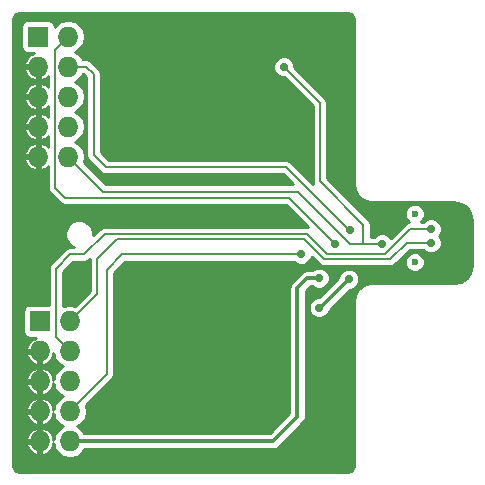
<source format=gbr>
G04 #@! TF.FileFunction,Copper,L2,Bot,Signal*
%FSLAX46Y46*%
G04 Gerber Fmt 4.6, Leading zero omitted, Abs format (unit mm)*
G04 Created by KiCad (PCBNEW 4.0.2+dfsg1-2~bpo8+1-stable) date lun 05 jun 2017 18:32:46 ART*
%MOMM*%
G01*
G04 APERTURE LIST*
%ADD10C,0.100000*%
%ADD11R,1.727200X1.727200*%
%ADD12O,1.727200X1.727200*%
%ADD13C,0.600000*%
%ADD14C,0.711200*%
%ADD15C,0.304800*%
%ADD16C,0.254000*%
%ADD17C,0.152400*%
G04 APERTURE END LIST*
D10*
D11*
X82760000Y-54860000D03*
D12*
X85300000Y-54860000D03*
X82760000Y-57400000D03*
X85300000Y-57400000D03*
X82760000Y-59940000D03*
X85300000Y-59940000D03*
X82760000Y-62480000D03*
X85300000Y-62480000D03*
X82760000Y-65020000D03*
X85300000Y-65020000D03*
D11*
X82600000Y-30760000D03*
D12*
X85140000Y-30760000D03*
X82600000Y-33300000D03*
X85140000Y-33300000D03*
X82600000Y-35840000D03*
X85140000Y-35840000D03*
X82600000Y-38380000D03*
X85140000Y-38380000D03*
X82600000Y-40920000D03*
X85140000Y-40920000D03*
D13*
X114500000Y-45750000D03*
X114500000Y-49850000D03*
D14*
X90800000Y-66000000D03*
X88950000Y-66050000D03*
X108200000Y-38100000D03*
X108200000Y-40300000D03*
X103200000Y-56200000D03*
X102900000Y-59100000D03*
X103300000Y-42900000D03*
X91900002Y-42800000D03*
X88900000Y-42900000D03*
X91900000Y-40699998D03*
X88899996Y-40700000D03*
X112300000Y-46499996D03*
X88900000Y-45499994D03*
X91900000Y-45400008D03*
X85900000Y-51200000D03*
X82600000Y-48500000D03*
X82600000Y-45900000D03*
X97900000Y-56200000D03*
X95900000Y-56200000D03*
X84900000Y-67200000D03*
X82800000Y-67200000D03*
X89900000Y-31700000D03*
X91900000Y-31700000D03*
X91900000Y-53199986D03*
X91900000Y-51200000D03*
X87900000Y-61200000D03*
X88900000Y-38400000D03*
X97500000Y-31700000D03*
X100500000Y-31700000D03*
X104900000Y-49200000D03*
X106400000Y-53700000D03*
X108900000Y-51300000D03*
X103400000Y-33300000D03*
X111700000Y-48299990D03*
X115900000Y-48200000D03*
X115885139Y-47042560D03*
X106400000Y-51200000D03*
X107705134Y-48281346D03*
X109000000Y-47100000D03*
D15*
X88594401Y-66405599D02*
X88950000Y-66050000D01*
X84900000Y-67200000D02*
X87800000Y-67200000D01*
X87800000Y-67200000D02*
X88594401Y-66405599D01*
D16*
X112300000Y-46499996D02*
X112300000Y-45450000D01*
X112300000Y-45450000D02*
X111600000Y-44750000D01*
X111600000Y-44750000D02*
X109400000Y-44750000D01*
X108555599Y-43905599D02*
X108555599Y-40655599D01*
X109400000Y-44750000D02*
X108555599Y-43905599D01*
X108555599Y-40655599D02*
X108200000Y-40300000D01*
D15*
X108200000Y-40300000D02*
X108200000Y-38100000D01*
X97900000Y-56200000D02*
X103200000Y-56200000D01*
X95900000Y-56200000D02*
X97900000Y-56200000D01*
X100500000Y-31700000D02*
X97500000Y-31700000D01*
D17*
X85300000Y-62440000D02*
X88400000Y-59340000D01*
X88400000Y-59340000D02*
X88400000Y-50500000D01*
X88400000Y-50500000D02*
X89700000Y-49200000D01*
X89700000Y-49200000D02*
X104397106Y-49200000D01*
X104397106Y-49200000D02*
X104900000Y-49200000D01*
D15*
X108900000Y-51300000D02*
X106500000Y-53700000D01*
X106500000Y-53700000D02*
X106400000Y-53700000D01*
D17*
X103400000Y-33300000D02*
X106450000Y-36350000D01*
X106450000Y-36350000D02*
X106450000Y-43000000D01*
X106450000Y-43000000D02*
X110150000Y-46700000D01*
X110150000Y-46700000D02*
X110150000Y-48299990D01*
X108999990Y-48299990D02*
X110150000Y-48299990D01*
X110150000Y-48299990D02*
X111197106Y-48299990D01*
X85140000Y-40920000D02*
X88104201Y-43884201D01*
X88104201Y-43884201D02*
X104584201Y-43884201D01*
X104584201Y-43884201D02*
X108999990Y-48299990D01*
X111197106Y-48299990D02*
X111700000Y-48299990D01*
X115900000Y-48200000D02*
X113800000Y-48200000D01*
X113800000Y-48200000D02*
X112400000Y-49600000D01*
X112400000Y-49600000D02*
X106800000Y-49600000D01*
X106800000Y-49600000D02*
X105100000Y-47900000D01*
X105100000Y-47900000D02*
X89300000Y-47900000D01*
X89300000Y-47900000D02*
X87600000Y-49600000D01*
X87600000Y-49600000D02*
X87600000Y-52560000D01*
X87600000Y-52560000D02*
X86163599Y-53996401D01*
X86163599Y-53996401D02*
X85300000Y-54860000D01*
X85300000Y-54820000D02*
X85780000Y-54820000D01*
X115885139Y-47042560D02*
X114107440Y-47042560D01*
X114107440Y-47042560D02*
X111950000Y-49200000D01*
X111950000Y-49200000D02*
X107100000Y-49200000D01*
X107100000Y-49200000D02*
X105350000Y-47450000D01*
X105350000Y-47450000D02*
X88250000Y-47450000D01*
X85300000Y-49200000D02*
X84106199Y-50393801D01*
X84106199Y-50393801D02*
X84106199Y-56166199D01*
X88250000Y-47450000D02*
X86500000Y-49200000D01*
X86500000Y-49200000D02*
X85300000Y-49200000D01*
X84106199Y-56166199D02*
X85300000Y-57360000D01*
D15*
X85300000Y-65020000D02*
X85320000Y-65000000D01*
X105400000Y-51200000D02*
X106400000Y-51200000D01*
X85320000Y-65000000D02*
X102500000Y-65000000D01*
X102500000Y-65000000D02*
X104560401Y-62939599D01*
X104560401Y-62939599D02*
X104560401Y-52039599D01*
X104560401Y-52039599D02*
X105400000Y-51200000D01*
D17*
X85140000Y-30760000D02*
X84047799Y-31852201D01*
X84047799Y-31852201D02*
X84047799Y-43547799D01*
X84047799Y-43547799D02*
X84900000Y-44400000D01*
X84900000Y-44400000D02*
X103823788Y-44400000D01*
X103823788Y-44400000D02*
X106123788Y-46700000D01*
X106123788Y-46700000D02*
X107705134Y-48281346D01*
X85140000Y-33300000D02*
X86700000Y-33300000D01*
X86700000Y-33300000D02*
X87300000Y-33900000D01*
X87300000Y-33900000D02*
X87300000Y-40801318D01*
X108900000Y-47100000D02*
X109000000Y-47100000D01*
X87300000Y-40801318D02*
X88315799Y-41817117D01*
X88315799Y-41817117D02*
X103617117Y-41817117D01*
X103617117Y-41817117D02*
X108900000Y-47100000D01*
D16*
G36*
X109055051Y-28825671D02*
X109186499Y-28913501D01*
X109274329Y-29044949D01*
X109316600Y-29257458D01*
X109316600Y-43200000D01*
X109327810Y-43256356D01*
X109327810Y-43313815D01*
X109403930Y-43696498D01*
X109491040Y-43906802D01*
X109707813Y-44231226D01*
X109868774Y-44392187D01*
X110193197Y-44608959D01*
X110403502Y-44696070D01*
X110786185Y-44772190D01*
X110843644Y-44772190D01*
X110900000Y-44783400D01*
X117845664Y-44783400D01*
X118440230Y-44901667D01*
X118896101Y-45206269D01*
X119200703Y-45662140D01*
X119316600Y-46244790D01*
X119316600Y-50142541D01*
X119198208Y-50737735D01*
X118893606Y-51193606D01*
X118437735Y-51498208D01*
X117842540Y-51616600D01*
X111000000Y-51616600D01*
X110982868Y-51620008D01*
X110929063Y-51617324D01*
X110858006Y-51627810D01*
X110786185Y-51627810D01*
X110403502Y-51703930D01*
X110193197Y-51791041D01*
X109868774Y-52007813D01*
X109707813Y-52168774D01*
X109491040Y-52493198D01*
X109421531Y-52661009D01*
X109403930Y-52703502D01*
X109327810Y-53086185D01*
X109327810Y-53143644D01*
X109316600Y-53200000D01*
X109316600Y-67142542D01*
X109274329Y-67355051D01*
X109186499Y-67486499D01*
X109055051Y-67574329D01*
X108842542Y-67616600D01*
X80957458Y-67616600D01*
X80744949Y-67574329D01*
X80613501Y-67486499D01*
X80525671Y-67355051D01*
X80483400Y-67142542D01*
X80483400Y-65331128D01*
X81607456Y-65331128D01*
X81725019Y-65614978D01*
X82031490Y-65965758D01*
X82448870Y-66172555D01*
X82633000Y-66124487D01*
X82633000Y-65147000D01*
X81656031Y-65147000D01*
X81607456Y-65331128D01*
X80483400Y-65331128D01*
X80483400Y-64708872D01*
X81607456Y-64708872D01*
X81656031Y-64893000D01*
X82633000Y-64893000D01*
X82633000Y-63915513D01*
X82448870Y-63867445D01*
X82031490Y-64074242D01*
X81725019Y-64425022D01*
X81607456Y-64708872D01*
X80483400Y-64708872D01*
X80483400Y-62791128D01*
X81607456Y-62791128D01*
X81725019Y-63074978D01*
X82031490Y-63425758D01*
X82448870Y-63632555D01*
X82633000Y-63584487D01*
X82633000Y-62607000D01*
X81656031Y-62607000D01*
X81607456Y-62791128D01*
X80483400Y-62791128D01*
X80483400Y-62168872D01*
X81607456Y-62168872D01*
X81656031Y-62353000D01*
X82633000Y-62353000D01*
X82633000Y-61375513D01*
X82448870Y-61327445D01*
X82031490Y-61534242D01*
X81725019Y-61885022D01*
X81607456Y-62168872D01*
X80483400Y-62168872D01*
X80483400Y-60251128D01*
X81607456Y-60251128D01*
X81725019Y-60534978D01*
X82031490Y-60885758D01*
X82448870Y-61092555D01*
X82633000Y-61044487D01*
X82633000Y-60067000D01*
X81656031Y-60067000D01*
X81607456Y-60251128D01*
X80483400Y-60251128D01*
X80483400Y-59628872D01*
X81607456Y-59628872D01*
X81656031Y-59813000D01*
X82633000Y-59813000D01*
X82633000Y-58835513D01*
X82448870Y-58787445D01*
X82031490Y-58994242D01*
X81725019Y-59345022D01*
X81607456Y-59628872D01*
X80483400Y-59628872D01*
X80483400Y-57711128D01*
X81607456Y-57711128D01*
X81725019Y-57994978D01*
X82031490Y-58345758D01*
X82448870Y-58552555D01*
X82633000Y-58504487D01*
X82633000Y-57527000D01*
X81656031Y-57527000D01*
X81607456Y-57711128D01*
X80483400Y-57711128D01*
X80483400Y-41231128D01*
X81447456Y-41231128D01*
X81565019Y-41514978D01*
X81871490Y-41865758D01*
X82288870Y-42072555D01*
X82473000Y-42024487D01*
X82473000Y-41047000D01*
X81496031Y-41047000D01*
X81447456Y-41231128D01*
X80483400Y-41231128D01*
X80483400Y-40608872D01*
X81447456Y-40608872D01*
X81496031Y-40793000D01*
X82473000Y-40793000D01*
X82473000Y-39815513D01*
X82288870Y-39767445D01*
X81871490Y-39974242D01*
X81565019Y-40325022D01*
X81447456Y-40608872D01*
X80483400Y-40608872D01*
X80483400Y-38691128D01*
X81447456Y-38691128D01*
X81565019Y-38974978D01*
X81871490Y-39325758D01*
X82288870Y-39532555D01*
X82473000Y-39484487D01*
X82473000Y-38507000D01*
X81496031Y-38507000D01*
X81447456Y-38691128D01*
X80483400Y-38691128D01*
X80483400Y-38068872D01*
X81447456Y-38068872D01*
X81496031Y-38253000D01*
X82473000Y-38253000D01*
X82473000Y-37275513D01*
X82288870Y-37227445D01*
X81871490Y-37434242D01*
X81565019Y-37785022D01*
X81447456Y-38068872D01*
X80483400Y-38068872D01*
X80483400Y-36151128D01*
X81447456Y-36151128D01*
X81565019Y-36434978D01*
X81871490Y-36785758D01*
X82288870Y-36992555D01*
X82473000Y-36944487D01*
X82473000Y-35967000D01*
X81496031Y-35967000D01*
X81447456Y-36151128D01*
X80483400Y-36151128D01*
X80483400Y-35528872D01*
X81447456Y-35528872D01*
X81496031Y-35713000D01*
X82473000Y-35713000D01*
X82473000Y-34735513D01*
X82288870Y-34687445D01*
X81871490Y-34894242D01*
X81565019Y-35245022D01*
X81447456Y-35528872D01*
X80483400Y-35528872D01*
X80483400Y-33611128D01*
X81447456Y-33611128D01*
X81565019Y-33894978D01*
X81871490Y-34245758D01*
X82288870Y-34452555D01*
X82473000Y-34404487D01*
X82473000Y-33427000D01*
X81496031Y-33427000D01*
X81447456Y-33611128D01*
X80483400Y-33611128D01*
X80483400Y-29896400D01*
X81192551Y-29896400D01*
X81192551Y-31623600D01*
X81229744Y-31821266D01*
X81346565Y-32002810D01*
X81524812Y-32124601D01*
X81736400Y-32167449D01*
X82248496Y-32167449D01*
X81871490Y-32354242D01*
X81565019Y-32705022D01*
X81447456Y-32988872D01*
X81496031Y-33173000D01*
X82473000Y-33173000D01*
X82473000Y-33153000D01*
X82727000Y-33153000D01*
X82727000Y-33173000D01*
X82747000Y-33173000D01*
X82747000Y-33427000D01*
X82727000Y-33427000D01*
X82727000Y-34404487D01*
X82911130Y-34452555D01*
X83328510Y-34245758D01*
X83438199Y-34120210D01*
X83438199Y-35019790D01*
X83328510Y-34894242D01*
X82911130Y-34687445D01*
X82727000Y-34735513D01*
X82727000Y-35713000D01*
X82747000Y-35713000D01*
X82747000Y-35967000D01*
X82727000Y-35967000D01*
X82727000Y-36944487D01*
X82911130Y-36992555D01*
X83328510Y-36785758D01*
X83438199Y-36660210D01*
X83438199Y-37559790D01*
X83328510Y-37434242D01*
X82911130Y-37227445D01*
X82727000Y-37275513D01*
X82727000Y-38253000D01*
X82747000Y-38253000D01*
X82747000Y-38507000D01*
X82727000Y-38507000D01*
X82727000Y-39484487D01*
X82911130Y-39532555D01*
X83328510Y-39325758D01*
X83438199Y-39200210D01*
X83438199Y-40099790D01*
X83328510Y-39974242D01*
X82911130Y-39767445D01*
X82727000Y-39815513D01*
X82727000Y-40793000D01*
X82747000Y-40793000D01*
X82747000Y-41047000D01*
X82727000Y-41047000D01*
X82727000Y-42024487D01*
X82911130Y-42072555D01*
X83328510Y-41865758D01*
X83438199Y-41740210D01*
X83438199Y-43547799D01*
X83484602Y-43781083D01*
X83616747Y-43978851D01*
X84468948Y-44831052D01*
X84666716Y-44963197D01*
X84900000Y-45009600D01*
X103571284Y-45009600D01*
X105415017Y-46853333D01*
X105350000Y-46840400D01*
X88250000Y-46840400D01*
X88016716Y-46886803D01*
X87818948Y-47018948D01*
X87283353Y-47554543D01*
X87283605Y-47265640D01*
X87103823Y-46830534D01*
X86771217Y-46497347D01*
X86336425Y-46316806D01*
X85865640Y-46316395D01*
X85430534Y-46496177D01*
X85097347Y-46828783D01*
X84916806Y-47263575D01*
X84916395Y-47734360D01*
X85096177Y-48169466D01*
X85428783Y-48502653D01*
X85640102Y-48590400D01*
X85300000Y-48590400D01*
X85066716Y-48636803D01*
X84997287Y-48683194D01*
X84868948Y-48768947D01*
X83675147Y-49962749D01*
X83543002Y-50160517D01*
X83496599Y-50393801D01*
X83496599Y-53452551D01*
X81896400Y-53452551D01*
X81698734Y-53489744D01*
X81517190Y-53606565D01*
X81395399Y-53784812D01*
X81352551Y-53996400D01*
X81352551Y-55723600D01*
X81389744Y-55921266D01*
X81506565Y-56102810D01*
X81684812Y-56224601D01*
X81896400Y-56267449D01*
X82408496Y-56267449D01*
X82031490Y-56454242D01*
X81725019Y-56805022D01*
X81607456Y-57088872D01*
X81656031Y-57273000D01*
X82633000Y-57273000D01*
X82633000Y-57253000D01*
X82887000Y-57253000D01*
X82887000Y-57273000D01*
X82907000Y-57273000D01*
X82907000Y-57527000D01*
X82887000Y-57527000D01*
X82887000Y-58504487D01*
X83071130Y-58552555D01*
X83488510Y-58345758D01*
X83794981Y-57994978D01*
X83912544Y-57711128D01*
X83863970Y-57527002D01*
X83900893Y-57527002D01*
X83981971Y-57934609D01*
X84284803Y-58387828D01*
X84707102Y-58670000D01*
X84284803Y-58952172D01*
X83981971Y-59405391D01*
X83900893Y-59812998D01*
X83863970Y-59812998D01*
X83912544Y-59628872D01*
X83794981Y-59345022D01*
X83488510Y-58994242D01*
X83071130Y-58787445D01*
X82887000Y-58835513D01*
X82887000Y-59813000D01*
X82907000Y-59813000D01*
X82907000Y-60067000D01*
X82887000Y-60067000D01*
X82887000Y-61044487D01*
X83071130Y-61092555D01*
X83488510Y-60885758D01*
X83794981Y-60534978D01*
X83912544Y-60251128D01*
X83863970Y-60067002D01*
X83900893Y-60067002D01*
X83981971Y-60474609D01*
X84284803Y-60927828D01*
X84707102Y-61210000D01*
X84284803Y-61492172D01*
X83981971Y-61945391D01*
X83900893Y-62352998D01*
X83863970Y-62352998D01*
X83912544Y-62168872D01*
X83794981Y-61885022D01*
X83488510Y-61534242D01*
X83071130Y-61327445D01*
X82887000Y-61375513D01*
X82887000Y-62353000D01*
X82907000Y-62353000D01*
X82907000Y-62607000D01*
X82887000Y-62607000D01*
X82887000Y-63584487D01*
X83071130Y-63632555D01*
X83488510Y-63425758D01*
X83794981Y-63074978D01*
X83912544Y-62791128D01*
X83863970Y-62607002D01*
X83900893Y-62607002D01*
X83981971Y-63014609D01*
X84284803Y-63467828D01*
X84707102Y-63750000D01*
X84284803Y-64032172D01*
X83981971Y-64485391D01*
X83900893Y-64892998D01*
X83863970Y-64892998D01*
X83912544Y-64708872D01*
X83794981Y-64425022D01*
X83488510Y-64074242D01*
X83071130Y-63867445D01*
X82887000Y-63915513D01*
X82887000Y-64893000D01*
X82907000Y-64893000D01*
X82907000Y-65147000D01*
X82887000Y-65147000D01*
X82887000Y-66124487D01*
X83071130Y-66172555D01*
X83488510Y-65965758D01*
X83794981Y-65614978D01*
X83912544Y-65331128D01*
X83863970Y-65147002D01*
X83900893Y-65147002D01*
X83981971Y-65554609D01*
X84284803Y-66007828D01*
X84738022Y-66310660D01*
X85272631Y-66417000D01*
X85327369Y-66417000D01*
X85861978Y-66310660D01*
X86315197Y-66007828D01*
X86530370Y-65685800D01*
X102500000Y-65685800D01*
X102762445Y-65633597D01*
X102984934Y-65484934D01*
X105045335Y-63424533D01*
X105193998Y-63202044D01*
X105246201Y-62939599D01*
X105246201Y-53876057D01*
X105510846Y-53876057D01*
X105645903Y-54202920D01*
X105895764Y-54453218D01*
X106222391Y-54588846D01*
X106576057Y-54589154D01*
X106902920Y-54454097D01*
X107153218Y-54204236D01*
X107286422Y-53883446D01*
X108980797Y-52189071D01*
X109076057Y-52189154D01*
X109402920Y-52054097D01*
X109653218Y-51804236D01*
X109788846Y-51477609D01*
X109789154Y-51123943D01*
X109654097Y-50797080D01*
X109404236Y-50546782D01*
X109077609Y-50411154D01*
X108723943Y-50410846D01*
X108397080Y-50545903D01*
X108146782Y-50795764D01*
X108011154Y-51122391D01*
X108011070Y-51219062D01*
X106419116Y-52811016D01*
X106223943Y-52810846D01*
X105897080Y-52945903D01*
X105646782Y-53195764D01*
X105511154Y-53522391D01*
X105510846Y-53876057D01*
X105246201Y-53876057D01*
X105246201Y-52323667D01*
X105684068Y-51885800D01*
X105828464Y-51885800D01*
X105895764Y-51953218D01*
X106222391Y-52088846D01*
X106576057Y-52089154D01*
X106902920Y-51954097D01*
X107153218Y-51704236D01*
X107288846Y-51377609D01*
X107289154Y-51023943D01*
X107154097Y-50697080D01*
X106904236Y-50446782D01*
X106577609Y-50311154D01*
X106223943Y-50310846D01*
X105897080Y-50445903D01*
X105828664Y-50514200D01*
X105400000Y-50514200D01*
X105137556Y-50566403D01*
X104941984Y-50697080D01*
X104915066Y-50715066D01*
X104075467Y-51554665D01*
X103926804Y-51777154D01*
X103905193Y-51885800D01*
X103874601Y-52039599D01*
X103874601Y-62655531D01*
X102215932Y-64314200D01*
X86503643Y-64314200D01*
X86315197Y-64032172D01*
X85892898Y-63750000D01*
X86315197Y-63467828D01*
X86618029Y-63014609D01*
X86724369Y-62480000D01*
X86624447Y-61977657D01*
X88831052Y-59771052D01*
X88963197Y-59573284D01*
X89009600Y-59340000D01*
X89009600Y-50752504D01*
X89952505Y-49809600D01*
X104252397Y-49809600D01*
X104395764Y-49953218D01*
X104722391Y-50088846D01*
X105076057Y-50089154D01*
X105402920Y-49954097D01*
X105653218Y-49704236D01*
X105767327Y-49429431D01*
X106368948Y-50031052D01*
X106566716Y-50163197D01*
X106800000Y-50209600D01*
X112400000Y-50209600D01*
X112633284Y-50163197D01*
X112831052Y-50031052D01*
X112847058Y-50015046D01*
X113666456Y-50015046D01*
X113793066Y-50321466D01*
X114027301Y-50556110D01*
X114333499Y-50683255D01*
X114665046Y-50683544D01*
X114971466Y-50556934D01*
X115206110Y-50322699D01*
X115333255Y-50016501D01*
X115333544Y-49684954D01*
X115206934Y-49378534D01*
X114972699Y-49143890D01*
X114666501Y-49016745D01*
X114334954Y-49016456D01*
X114028534Y-49143066D01*
X113793890Y-49377301D01*
X113666745Y-49683499D01*
X113666456Y-50015046D01*
X112847058Y-50015046D01*
X114052504Y-48809600D01*
X115252397Y-48809600D01*
X115395764Y-48953218D01*
X115722391Y-49088846D01*
X116076057Y-49089154D01*
X116402920Y-48954097D01*
X116653218Y-48704236D01*
X116788846Y-48377609D01*
X116789154Y-48023943D01*
X116654097Y-47697080D01*
X116571099Y-47613937D01*
X116638357Y-47546796D01*
X116773985Y-47220169D01*
X116774293Y-46866503D01*
X116639236Y-46539640D01*
X116389375Y-46289342D01*
X116062748Y-46153714D01*
X115709082Y-46153406D01*
X115382219Y-46288463D01*
X115237469Y-46432960D01*
X114995482Y-46432960D01*
X115206110Y-46222699D01*
X115333255Y-45916501D01*
X115333544Y-45584954D01*
X115206934Y-45278534D01*
X114972699Y-45043890D01*
X114666501Y-44916745D01*
X114334954Y-44916456D01*
X114028534Y-45043066D01*
X113793890Y-45277301D01*
X113666745Y-45583499D01*
X113666456Y-45915046D01*
X113793066Y-46221466D01*
X114021296Y-46450095D01*
X113874156Y-46479363D01*
X113676388Y-46611508D01*
X112464836Y-47823060D01*
X112454097Y-47797070D01*
X112204236Y-47546772D01*
X111877609Y-47411144D01*
X111523943Y-47410836D01*
X111197080Y-47545893D01*
X111052330Y-47690390D01*
X110759600Y-47690390D01*
X110759600Y-46700000D01*
X110713197Y-46466716D01*
X110581052Y-46268948D01*
X107059600Y-42747496D01*
X107059600Y-36350000D01*
X107013197Y-36116716D01*
X106881052Y-35918947D01*
X104288977Y-33326873D01*
X104289154Y-33123943D01*
X104154097Y-32797080D01*
X103904236Y-32546782D01*
X103577609Y-32411154D01*
X103223943Y-32410846D01*
X102897080Y-32545903D01*
X102646782Y-32795764D01*
X102511154Y-33122391D01*
X102510846Y-33476057D01*
X102645903Y-33802920D01*
X102895764Y-34053218D01*
X103222391Y-34188846D01*
X103426920Y-34189024D01*
X105840400Y-36602505D01*
X105840400Y-43000000D01*
X105884671Y-43222567D01*
X104048169Y-41386065D01*
X103850401Y-41253920D01*
X103617117Y-41207517D01*
X88568303Y-41207517D01*
X87909600Y-40548814D01*
X87909600Y-33900000D01*
X87863197Y-33666716D01*
X87731052Y-33468948D01*
X87131052Y-32868948D01*
X86933284Y-32736803D01*
X86700000Y-32690400D01*
X86407921Y-32690400D01*
X86155197Y-32312172D01*
X85732898Y-32030000D01*
X86155197Y-31747828D01*
X86458029Y-31294609D01*
X86564369Y-30760000D01*
X86458029Y-30225391D01*
X86155197Y-29772172D01*
X85701978Y-29469340D01*
X85167369Y-29363000D01*
X85112631Y-29363000D01*
X84578022Y-29469340D01*
X84124803Y-29772172D01*
X84007449Y-29947804D01*
X84007449Y-29896400D01*
X83970256Y-29698734D01*
X83853435Y-29517190D01*
X83675188Y-29395399D01*
X83463600Y-29352551D01*
X81736400Y-29352551D01*
X81538734Y-29389744D01*
X81357190Y-29506565D01*
X81235399Y-29684812D01*
X81192551Y-29896400D01*
X80483400Y-29896400D01*
X80483400Y-29257458D01*
X80525671Y-29044949D01*
X80613501Y-28913501D01*
X80744949Y-28825671D01*
X80957458Y-28783400D01*
X108842542Y-28783400D01*
X109055051Y-28825671D01*
X109055051Y-28825671D01*
G37*
X109055051Y-28825671D02*
X109186499Y-28913501D01*
X109274329Y-29044949D01*
X109316600Y-29257458D01*
X109316600Y-43200000D01*
X109327810Y-43256356D01*
X109327810Y-43313815D01*
X109403930Y-43696498D01*
X109491040Y-43906802D01*
X109707813Y-44231226D01*
X109868774Y-44392187D01*
X110193197Y-44608959D01*
X110403502Y-44696070D01*
X110786185Y-44772190D01*
X110843644Y-44772190D01*
X110900000Y-44783400D01*
X117845664Y-44783400D01*
X118440230Y-44901667D01*
X118896101Y-45206269D01*
X119200703Y-45662140D01*
X119316600Y-46244790D01*
X119316600Y-50142541D01*
X119198208Y-50737735D01*
X118893606Y-51193606D01*
X118437735Y-51498208D01*
X117842540Y-51616600D01*
X111000000Y-51616600D01*
X110982868Y-51620008D01*
X110929063Y-51617324D01*
X110858006Y-51627810D01*
X110786185Y-51627810D01*
X110403502Y-51703930D01*
X110193197Y-51791041D01*
X109868774Y-52007813D01*
X109707813Y-52168774D01*
X109491040Y-52493198D01*
X109421531Y-52661009D01*
X109403930Y-52703502D01*
X109327810Y-53086185D01*
X109327810Y-53143644D01*
X109316600Y-53200000D01*
X109316600Y-67142542D01*
X109274329Y-67355051D01*
X109186499Y-67486499D01*
X109055051Y-67574329D01*
X108842542Y-67616600D01*
X80957458Y-67616600D01*
X80744949Y-67574329D01*
X80613501Y-67486499D01*
X80525671Y-67355051D01*
X80483400Y-67142542D01*
X80483400Y-65331128D01*
X81607456Y-65331128D01*
X81725019Y-65614978D01*
X82031490Y-65965758D01*
X82448870Y-66172555D01*
X82633000Y-66124487D01*
X82633000Y-65147000D01*
X81656031Y-65147000D01*
X81607456Y-65331128D01*
X80483400Y-65331128D01*
X80483400Y-64708872D01*
X81607456Y-64708872D01*
X81656031Y-64893000D01*
X82633000Y-64893000D01*
X82633000Y-63915513D01*
X82448870Y-63867445D01*
X82031490Y-64074242D01*
X81725019Y-64425022D01*
X81607456Y-64708872D01*
X80483400Y-64708872D01*
X80483400Y-62791128D01*
X81607456Y-62791128D01*
X81725019Y-63074978D01*
X82031490Y-63425758D01*
X82448870Y-63632555D01*
X82633000Y-63584487D01*
X82633000Y-62607000D01*
X81656031Y-62607000D01*
X81607456Y-62791128D01*
X80483400Y-62791128D01*
X80483400Y-62168872D01*
X81607456Y-62168872D01*
X81656031Y-62353000D01*
X82633000Y-62353000D01*
X82633000Y-61375513D01*
X82448870Y-61327445D01*
X82031490Y-61534242D01*
X81725019Y-61885022D01*
X81607456Y-62168872D01*
X80483400Y-62168872D01*
X80483400Y-60251128D01*
X81607456Y-60251128D01*
X81725019Y-60534978D01*
X82031490Y-60885758D01*
X82448870Y-61092555D01*
X82633000Y-61044487D01*
X82633000Y-60067000D01*
X81656031Y-60067000D01*
X81607456Y-60251128D01*
X80483400Y-60251128D01*
X80483400Y-59628872D01*
X81607456Y-59628872D01*
X81656031Y-59813000D01*
X82633000Y-59813000D01*
X82633000Y-58835513D01*
X82448870Y-58787445D01*
X82031490Y-58994242D01*
X81725019Y-59345022D01*
X81607456Y-59628872D01*
X80483400Y-59628872D01*
X80483400Y-57711128D01*
X81607456Y-57711128D01*
X81725019Y-57994978D01*
X82031490Y-58345758D01*
X82448870Y-58552555D01*
X82633000Y-58504487D01*
X82633000Y-57527000D01*
X81656031Y-57527000D01*
X81607456Y-57711128D01*
X80483400Y-57711128D01*
X80483400Y-41231128D01*
X81447456Y-41231128D01*
X81565019Y-41514978D01*
X81871490Y-41865758D01*
X82288870Y-42072555D01*
X82473000Y-42024487D01*
X82473000Y-41047000D01*
X81496031Y-41047000D01*
X81447456Y-41231128D01*
X80483400Y-41231128D01*
X80483400Y-40608872D01*
X81447456Y-40608872D01*
X81496031Y-40793000D01*
X82473000Y-40793000D01*
X82473000Y-39815513D01*
X82288870Y-39767445D01*
X81871490Y-39974242D01*
X81565019Y-40325022D01*
X81447456Y-40608872D01*
X80483400Y-40608872D01*
X80483400Y-38691128D01*
X81447456Y-38691128D01*
X81565019Y-38974978D01*
X81871490Y-39325758D01*
X82288870Y-39532555D01*
X82473000Y-39484487D01*
X82473000Y-38507000D01*
X81496031Y-38507000D01*
X81447456Y-38691128D01*
X80483400Y-38691128D01*
X80483400Y-38068872D01*
X81447456Y-38068872D01*
X81496031Y-38253000D01*
X82473000Y-38253000D01*
X82473000Y-37275513D01*
X82288870Y-37227445D01*
X81871490Y-37434242D01*
X81565019Y-37785022D01*
X81447456Y-38068872D01*
X80483400Y-38068872D01*
X80483400Y-36151128D01*
X81447456Y-36151128D01*
X81565019Y-36434978D01*
X81871490Y-36785758D01*
X82288870Y-36992555D01*
X82473000Y-36944487D01*
X82473000Y-35967000D01*
X81496031Y-35967000D01*
X81447456Y-36151128D01*
X80483400Y-36151128D01*
X80483400Y-35528872D01*
X81447456Y-35528872D01*
X81496031Y-35713000D01*
X82473000Y-35713000D01*
X82473000Y-34735513D01*
X82288870Y-34687445D01*
X81871490Y-34894242D01*
X81565019Y-35245022D01*
X81447456Y-35528872D01*
X80483400Y-35528872D01*
X80483400Y-33611128D01*
X81447456Y-33611128D01*
X81565019Y-33894978D01*
X81871490Y-34245758D01*
X82288870Y-34452555D01*
X82473000Y-34404487D01*
X82473000Y-33427000D01*
X81496031Y-33427000D01*
X81447456Y-33611128D01*
X80483400Y-33611128D01*
X80483400Y-29896400D01*
X81192551Y-29896400D01*
X81192551Y-31623600D01*
X81229744Y-31821266D01*
X81346565Y-32002810D01*
X81524812Y-32124601D01*
X81736400Y-32167449D01*
X82248496Y-32167449D01*
X81871490Y-32354242D01*
X81565019Y-32705022D01*
X81447456Y-32988872D01*
X81496031Y-33173000D01*
X82473000Y-33173000D01*
X82473000Y-33153000D01*
X82727000Y-33153000D01*
X82727000Y-33173000D01*
X82747000Y-33173000D01*
X82747000Y-33427000D01*
X82727000Y-33427000D01*
X82727000Y-34404487D01*
X82911130Y-34452555D01*
X83328510Y-34245758D01*
X83438199Y-34120210D01*
X83438199Y-35019790D01*
X83328510Y-34894242D01*
X82911130Y-34687445D01*
X82727000Y-34735513D01*
X82727000Y-35713000D01*
X82747000Y-35713000D01*
X82747000Y-35967000D01*
X82727000Y-35967000D01*
X82727000Y-36944487D01*
X82911130Y-36992555D01*
X83328510Y-36785758D01*
X83438199Y-36660210D01*
X83438199Y-37559790D01*
X83328510Y-37434242D01*
X82911130Y-37227445D01*
X82727000Y-37275513D01*
X82727000Y-38253000D01*
X82747000Y-38253000D01*
X82747000Y-38507000D01*
X82727000Y-38507000D01*
X82727000Y-39484487D01*
X82911130Y-39532555D01*
X83328510Y-39325758D01*
X83438199Y-39200210D01*
X83438199Y-40099790D01*
X83328510Y-39974242D01*
X82911130Y-39767445D01*
X82727000Y-39815513D01*
X82727000Y-40793000D01*
X82747000Y-40793000D01*
X82747000Y-41047000D01*
X82727000Y-41047000D01*
X82727000Y-42024487D01*
X82911130Y-42072555D01*
X83328510Y-41865758D01*
X83438199Y-41740210D01*
X83438199Y-43547799D01*
X83484602Y-43781083D01*
X83616747Y-43978851D01*
X84468948Y-44831052D01*
X84666716Y-44963197D01*
X84900000Y-45009600D01*
X103571284Y-45009600D01*
X105415017Y-46853333D01*
X105350000Y-46840400D01*
X88250000Y-46840400D01*
X88016716Y-46886803D01*
X87818948Y-47018948D01*
X87283353Y-47554543D01*
X87283605Y-47265640D01*
X87103823Y-46830534D01*
X86771217Y-46497347D01*
X86336425Y-46316806D01*
X85865640Y-46316395D01*
X85430534Y-46496177D01*
X85097347Y-46828783D01*
X84916806Y-47263575D01*
X84916395Y-47734360D01*
X85096177Y-48169466D01*
X85428783Y-48502653D01*
X85640102Y-48590400D01*
X85300000Y-48590400D01*
X85066716Y-48636803D01*
X84997287Y-48683194D01*
X84868948Y-48768947D01*
X83675147Y-49962749D01*
X83543002Y-50160517D01*
X83496599Y-50393801D01*
X83496599Y-53452551D01*
X81896400Y-53452551D01*
X81698734Y-53489744D01*
X81517190Y-53606565D01*
X81395399Y-53784812D01*
X81352551Y-53996400D01*
X81352551Y-55723600D01*
X81389744Y-55921266D01*
X81506565Y-56102810D01*
X81684812Y-56224601D01*
X81896400Y-56267449D01*
X82408496Y-56267449D01*
X82031490Y-56454242D01*
X81725019Y-56805022D01*
X81607456Y-57088872D01*
X81656031Y-57273000D01*
X82633000Y-57273000D01*
X82633000Y-57253000D01*
X82887000Y-57253000D01*
X82887000Y-57273000D01*
X82907000Y-57273000D01*
X82907000Y-57527000D01*
X82887000Y-57527000D01*
X82887000Y-58504487D01*
X83071130Y-58552555D01*
X83488510Y-58345758D01*
X83794981Y-57994978D01*
X83912544Y-57711128D01*
X83863970Y-57527002D01*
X83900893Y-57527002D01*
X83981971Y-57934609D01*
X84284803Y-58387828D01*
X84707102Y-58670000D01*
X84284803Y-58952172D01*
X83981971Y-59405391D01*
X83900893Y-59812998D01*
X83863970Y-59812998D01*
X83912544Y-59628872D01*
X83794981Y-59345022D01*
X83488510Y-58994242D01*
X83071130Y-58787445D01*
X82887000Y-58835513D01*
X82887000Y-59813000D01*
X82907000Y-59813000D01*
X82907000Y-60067000D01*
X82887000Y-60067000D01*
X82887000Y-61044487D01*
X83071130Y-61092555D01*
X83488510Y-60885758D01*
X83794981Y-60534978D01*
X83912544Y-60251128D01*
X83863970Y-60067002D01*
X83900893Y-60067002D01*
X83981971Y-60474609D01*
X84284803Y-60927828D01*
X84707102Y-61210000D01*
X84284803Y-61492172D01*
X83981971Y-61945391D01*
X83900893Y-62352998D01*
X83863970Y-62352998D01*
X83912544Y-62168872D01*
X83794981Y-61885022D01*
X83488510Y-61534242D01*
X83071130Y-61327445D01*
X82887000Y-61375513D01*
X82887000Y-62353000D01*
X82907000Y-62353000D01*
X82907000Y-62607000D01*
X82887000Y-62607000D01*
X82887000Y-63584487D01*
X83071130Y-63632555D01*
X83488510Y-63425758D01*
X83794981Y-63074978D01*
X83912544Y-62791128D01*
X83863970Y-62607002D01*
X83900893Y-62607002D01*
X83981971Y-63014609D01*
X84284803Y-63467828D01*
X84707102Y-63750000D01*
X84284803Y-64032172D01*
X83981971Y-64485391D01*
X83900893Y-64892998D01*
X83863970Y-64892998D01*
X83912544Y-64708872D01*
X83794981Y-64425022D01*
X83488510Y-64074242D01*
X83071130Y-63867445D01*
X82887000Y-63915513D01*
X82887000Y-64893000D01*
X82907000Y-64893000D01*
X82907000Y-65147000D01*
X82887000Y-65147000D01*
X82887000Y-66124487D01*
X83071130Y-66172555D01*
X83488510Y-65965758D01*
X83794981Y-65614978D01*
X83912544Y-65331128D01*
X83863970Y-65147002D01*
X83900893Y-65147002D01*
X83981971Y-65554609D01*
X84284803Y-66007828D01*
X84738022Y-66310660D01*
X85272631Y-66417000D01*
X85327369Y-66417000D01*
X85861978Y-66310660D01*
X86315197Y-66007828D01*
X86530370Y-65685800D01*
X102500000Y-65685800D01*
X102762445Y-65633597D01*
X102984934Y-65484934D01*
X105045335Y-63424533D01*
X105193998Y-63202044D01*
X105246201Y-62939599D01*
X105246201Y-53876057D01*
X105510846Y-53876057D01*
X105645903Y-54202920D01*
X105895764Y-54453218D01*
X106222391Y-54588846D01*
X106576057Y-54589154D01*
X106902920Y-54454097D01*
X107153218Y-54204236D01*
X107286422Y-53883446D01*
X108980797Y-52189071D01*
X109076057Y-52189154D01*
X109402920Y-52054097D01*
X109653218Y-51804236D01*
X109788846Y-51477609D01*
X109789154Y-51123943D01*
X109654097Y-50797080D01*
X109404236Y-50546782D01*
X109077609Y-50411154D01*
X108723943Y-50410846D01*
X108397080Y-50545903D01*
X108146782Y-50795764D01*
X108011154Y-51122391D01*
X108011070Y-51219062D01*
X106419116Y-52811016D01*
X106223943Y-52810846D01*
X105897080Y-52945903D01*
X105646782Y-53195764D01*
X105511154Y-53522391D01*
X105510846Y-53876057D01*
X105246201Y-53876057D01*
X105246201Y-52323667D01*
X105684068Y-51885800D01*
X105828464Y-51885800D01*
X105895764Y-51953218D01*
X106222391Y-52088846D01*
X106576057Y-52089154D01*
X106902920Y-51954097D01*
X107153218Y-51704236D01*
X107288846Y-51377609D01*
X107289154Y-51023943D01*
X107154097Y-50697080D01*
X106904236Y-50446782D01*
X106577609Y-50311154D01*
X106223943Y-50310846D01*
X105897080Y-50445903D01*
X105828664Y-50514200D01*
X105400000Y-50514200D01*
X105137556Y-50566403D01*
X104941984Y-50697080D01*
X104915066Y-50715066D01*
X104075467Y-51554665D01*
X103926804Y-51777154D01*
X103905193Y-51885800D01*
X103874601Y-52039599D01*
X103874601Y-62655531D01*
X102215932Y-64314200D01*
X86503643Y-64314200D01*
X86315197Y-64032172D01*
X85892898Y-63750000D01*
X86315197Y-63467828D01*
X86618029Y-63014609D01*
X86724369Y-62480000D01*
X86624447Y-61977657D01*
X88831052Y-59771052D01*
X88963197Y-59573284D01*
X89009600Y-59340000D01*
X89009600Y-50752504D01*
X89952505Y-49809600D01*
X104252397Y-49809600D01*
X104395764Y-49953218D01*
X104722391Y-50088846D01*
X105076057Y-50089154D01*
X105402920Y-49954097D01*
X105653218Y-49704236D01*
X105767327Y-49429431D01*
X106368948Y-50031052D01*
X106566716Y-50163197D01*
X106800000Y-50209600D01*
X112400000Y-50209600D01*
X112633284Y-50163197D01*
X112831052Y-50031052D01*
X112847058Y-50015046D01*
X113666456Y-50015046D01*
X113793066Y-50321466D01*
X114027301Y-50556110D01*
X114333499Y-50683255D01*
X114665046Y-50683544D01*
X114971466Y-50556934D01*
X115206110Y-50322699D01*
X115333255Y-50016501D01*
X115333544Y-49684954D01*
X115206934Y-49378534D01*
X114972699Y-49143890D01*
X114666501Y-49016745D01*
X114334954Y-49016456D01*
X114028534Y-49143066D01*
X113793890Y-49377301D01*
X113666745Y-49683499D01*
X113666456Y-50015046D01*
X112847058Y-50015046D01*
X114052504Y-48809600D01*
X115252397Y-48809600D01*
X115395764Y-48953218D01*
X115722391Y-49088846D01*
X116076057Y-49089154D01*
X116402920Y-48954097D01*
X116653218Y-48704236D01*
X116788846Y-48377609D01*
X116789154Y-48023943D01*
X116654097Y-47697080D01*
X116571099Y-47613937D01*
X116638357Y-47546796D01*
X116773985Y-47220169D01*
X116774293Y-46866503D01*
X116639236Y-46539640D01*
X116389375Y-46289342D01*
X116062748Y-46153714D01*
X115709082Y-46153406D01*
X115382219Y-46288463D01*
X115237469Y-46432960D01*
X114995482Y-46432960D01*
X115206110Y-46222699D01*
X115333255Y-45916501D01*
X115333544Y-45584954D01*
X115206934Y-45278534D01*
X114972699Y-45043890D01*
X114666501Y-44916745D01*
X114334954Y-44916456D01*
X114028534Y-45043066D01*
X113793890Y-45277301D01*
X113666745Y-45583499D01*
X113666456Y-45915046D01*
X113793066Y-46221466D01*
X114021296Y-46450095D01*
X113874156Y-46479363D01*
X113676388Y-46611508D01*
X112464836Y-47823060D01*
X112454097Y-47797070D01*
X112204236Y-47546772D01*
X111877609Y-47411144D01*
X111523943Y-47410836D01*
X111197080Y-47545893D01*
X111052330Y-47690390D01*
X110759600Y-47690390D01*
X110759600Y-46700000D01*
X110713197Y-46466716D01*
X110581052Y-46268948D01*
X107059600Y-42747496D01*
X107059600Y-36350000D01*
X107013197Y-36116716D01*
X106881052Y-35918947D01*
X104288977Y-33326873D01*
X104289154Y-33123943D01*
X104154097Y-32797080D01*
X103904236Y-32546782D01*
X103577609Y-32411154D01*
X103223943Y-32410846D01*
X102897080Y-32545903D01*
X102646782Y-32795764D01*
X102511154Y-33122391D01*
X102510846Y-33476057D01*
X102645903Y-33802920D01*
X102895764Y-34053218D01*
X103222391Y-34188846D01*
X103426920Y-34189024D01*
X105840400Y-36602505D01*
X105840400Y-43000000D01*
X105884671Y-43222567D01*
X104048169Y-41386065D01*
X103850401Y-41253920D01*
X103617117Y-41207517D01*
X88568303Y-41207517D01*
X87909600Y-40548814D01*
X87909600Y-33900000D01*
X87863197Y-33666716D01*
X87731052Y-33468948D01*
X87131052Y-32868948D01*
X86933284Y-32736803D01*
X86700000Y-32690400D01*
X86407921Y-32690400D01*
X86155197Y-32312172D01*
X85732898Y-32030000D01*
X86155197Y-31747828D01*
X86458029Y-31294609D01*
X86564369Y-30760000D01*
X86458029Y-30225391D01*
X86155197Y-29772172D01*
X85701978Y-29469340D01*
X85167369Y-29363000D01*
X85112631Y-29363000D01*
X84578022Y-29469340D01*
X84124803Y-29772172D01*
X84007449Y-29947804D01*
X84007449Y-29896400D01*
X83970256Y-29698734D01*
X83853435Y-29517190D01*
X83675188Y-29395399D01*
X83463600Y-29352551D01*
X81736400Y-29352551D01*
X81538734Y-29389744D01*
X81357190Y-29506565D01*
X81235399Y-29684812D01*
X81192551Y-29896400D01*
X80483400Y-29896400D01*
X80483400Y-29257458D01*
X80525671Y-29044949D01*
X80613501Y-28913501D01*
X80744949Y-28825671D01*
X80957458Y-28783400D01*
X108842542Y-28783400D01*
X109055051Y-28825671D01*
G36*
X86990400Y-49600000D02*
X86990400Y-52307496D01*
X85750692Y-53547204D01*
X85327369Y-53463000D01*
X85272631Y-53463000D01*
X84738022Y-53569340D01*
X84715799Y-53584189D01*
X84715799Y-50646305D01*
X85552505Y-49809600D01*
X86500000Y-49809600D01*
X86733284Y-49763197D01*
X86931052Y-49631052D01*
X86997426Y-49564678D01*
X86990400Y-49600000D01*
X86990400Y-49600000D01*
G37*
X86990400Y-49600000D02*
X86990400Y-52307496D01*
X85750692Y-53547204D01*
X85327369Y-53463000D01*
X85272631Y-53463000D01*
X84738022Y-53569340D01*
X84715799Y-53584189D01*
X84715799Y-50646305D01*
X85552505Y-49809600D01*
X86500000Y-49809600D01*
X86733284Y-49763197D01*
X86931052Y-49631052D01*
X86997426Y-49564678D01*
X86990400Y-49600000D01*
G36*
X86690400Y-34152504D02*
X86690400Y-40801318D01*
X86736803Y-41034602D01*
X86868948Y-41232370D01*
X87884747Y-42248169D01*
X88082515Y-42380314D01*
X88315799Y-42426717D01*
X103364613Y-42426717D01*
X104212497Y-43274601D01*
X88356705Y-43274601D01*
X86471083Y-41388979D01*
X86564369Y-40920000D01*
X86458029Y-40385391D01*
X86155197Y-39932172D01*
X85732898Y-39650000D01*
X86155197Y-39367828D01*
X86458029Y-38914609D01*
X86564369Y-38380000D01*
X86458029Y-37845391D01*
X86155197Y-37392172D01*
X85732898Y-37110000D01*
X86155197Y-36827828D01*
X86458029Y-36374609D01*
X86564369Y-35840000D01*
X86458029Y-35305391D01*
X86155197Y-34852172D01*
X85732898Y-34570000D01*
X86155197Y-34287828D01*
X86407921Y-33909600D01*
X86447496Y-33909600D01*
X86690400Y-34152504D01*
X86690400Y-34152504D01*
G37*
X86690400Y-34152504D02*
X86690400Y-40801318D01*
X86736803Y-41034602D01*
X86868948Y-41232370D01*
X87884747Y-42248169D01*
X88082515Y-42380314D01*
X88315799Y-42426717D01*
X103364613Y-42426717D01*
X104212497Y-43274601D01*
X88356705Y-43274601D01*
X86471083Y-41388979D01*
X86564369Y-40920000D01*
X86458029Y-40385391D01*
X86155197Y-39932172D01*
X85732898Y-39650000D01*
X86155197Y-39367828D01*
X86458029Y-38914609D01*
X86564369Y-38380000D01*
X86458029Y-37845391D01*
X86155197Y-37392172D01*
X85732898Y-37110000D01*
X86155197Y-36827828D01*
X86458029Y-36374609D01*
X86564369Y-35840000D01*
X86458029Y-35305391D01*
X86155197Y-34852172D01*
X85732898Y-34570000D01*
X86155197Y-34287828D01*
X86407921Y-33909600D01*
X86447496Y-33909600D01*
X86690400Y-34152504D01*
M02*

</source>
